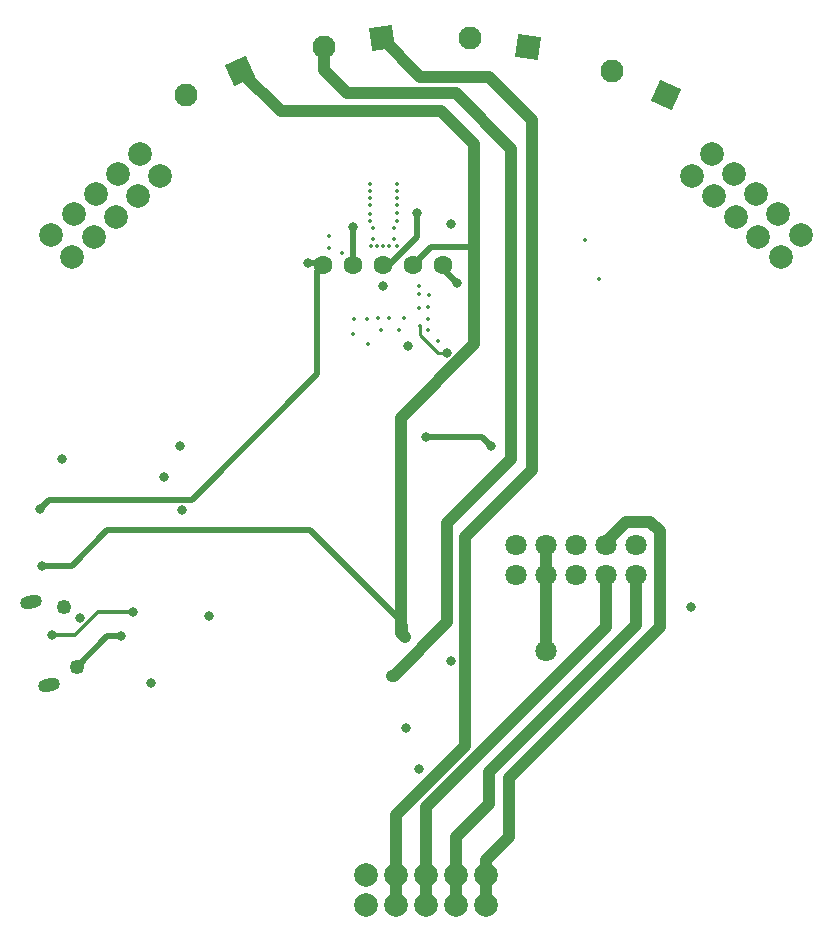
<source format=gbl>
G04 #@! TF.GenerationSoftware,KiCad,Pcbnew,7.0.1-3b83917a11~172~ubuntu22.04.1*
G04 #@! TF.CreationDate,2023-08-11T16:57:34+02:00*
G04 #@! TF.ProjectId,io_coupling_MCU_enhanced,696f5f63-6f75-4706-9c69-6e675f4d4355,rev?*
G04 #@! TF.SameCoordinates,Original*
G04 #@! TF.FileFunction,Copper,L4,Bot*
G04 #@! TF.FilePolarity,Positive*
%FSLAX46Y46*%
G04 Gerber Fmt 4.6, Leading zero omitted, Abs format (unit mm)*
G04 Created by KiCad (PCBNEW 7.0.1-3b83917a11~172~ubuntu22.04.1) date 2023-08-11 16:57:34*
%MOMM*%
%LPD*%
G01*
G04 APERTURE LIST*
G04 Aperture macros list*
%AMHorizOval*
0 Thick line with rounded ends*
0 $1 width*
0 $2 $3 position (X,Y) of the first rounded end (center of the circle)*
0 $4 $5 position (X,Y) of the second rounded end (center of the circle)*
0 Add line between two ends*
20,1,$1,$2,$3,$4,$5,0*
0 Add two circle primitives to create the rounded ends*
1,1,$1,$2,$3*
1,1,$1,$4,$5*%
%AMRotRect*
0 Rectangle, with rotation*
0 The origin of the aperture is its center*
0 $1 length*
0 $2 width*
0 $3 Rotation angle, in degrees counterclockwise*
0 Add horizontal line*
21,1,$1,$2,0,0,$3*%
G04 Aperture macros list end*
G04 #@! TA.AperFunction,ComponentPad*
%ADD10C,2.000000*%
G04 #@! TD*
G04 #@! TA.AperFunction,ComponentPad*
%ADD11C,1.800000*%
G04 #@! TD*
G04 #@! TA.AperFunction,SMDPad,CuDef*
%ADD12C,1.600000*%
G04 #@! TD*
G04 #@! TA.AperFunction,ComponentPad*
%ADD13C,1.950000*%
G04 #@! TD*
G04 #@! TA.AperFunction,ComponentPad*
%ADD14RotRect,1.950000X1.950000X188.057000*%
G04 #@! TD*
G04 #@! TA.AperFunction,ComponentPad*
%ADD15RotRect,1.950000X1.950000X204.171000*%
G04 #@! TD*
G04 #@! TA.AperFunction,ComponentPad*
%ADD16RotRect,1.950000X1.950000X171.943000*%
G04 #@! TD*
G04 #@! TA.AperFunction,ComponentPad*
%ADD17HorizOval,1.100000X0.390988X0.084428X-0.390988X-0.084428X0*%
G04 #@! TD*
G04 #@! TA.AperFunction,ComponentPad*
%ADD18C,1.250000*%
G04 #@! TD*
G04 #@! TA.AperFunction,ComponentPad*
%ADD19RotRect,1.950000X1.950000X155.828000*%
G04 #@! TD*
G04 #@! TA.AperFunction,ViaPad*
%ADD20C,0.350000*%
G04 #@! TD*
G04 #@! TA.AperFunction,ViaPad*
%ADD21C,0.800000*%
G04 #@! TD*
G04 #@! TA.AperFunction,Conductor*
%ADD22C,0.250000*%
G04 #@! TD*
G04 #@! TA.AperFunction,Conductor*
%ADD23C,0.500000*%
G04 #@! TD*
G04 #@! TA.AperFunction,Conductor*
%ADD24C,1.000000*%
G04 #@! TD*
G04 #@! TA.AperFunction,Conductor*
%ADD25C,0.300000*%
G04 #@! TD*
G04 APERTURE END LIST*
D10*
X-5080000Y-26670000D03*
X-5080000Y-29210000D03*
D11*
X17780000Y1270000D03*
X17780000Y-1270000D03*
X15240000Y1270000D03*
X15240000Y-1270000D03*
X12700000Y1270000D03*
X12700000Y-1270000D03*
X10160000Y1270000D03*
X10160000Y-1270000D03*
X7620000Y1270000D03*
X7620000Y-1270000D03*
D10*
X-30015518Y25650396D03*
X-31719389Y27534123D03*
X-28131792Y27354266D03*
X-29835662Y29237993D03*
X-26248065Y29058137D03*
X-27951935Y30941863D03*
X-24364338Y30762007D03*
X-26068208Y32645734D03*
X-22480611Y32465877D03*
X-24184482Y34349604D03*
X31719432Y27534204D03*
X30015594Y25650447D03*
X29835675Y29238041D03*
X28131838Y27354284D03*
X27951919Y30941878D03*
X26248081Y29058122D03*
X26068162Y32645716D03*
X24364325Y30761959D03*
X24184406Y34349553D03*
X22480568Y32465796D03*
D12*
X1480000Y25000000D03*
X-1060000Y25000000D03*
X-3600000Y25000000D03*
X-6140000Y25000000D03*
X-8680000Y25000000D03*
D11*
X10200000Y-7700000D03*
D13*
X-8675323Y43449605D03*
D14*
X-3724677Y44150395D03*
D13*
X-20280819Y39376347D03*
D15*
X-15719181Y41423653D03*
D10*
X5080000Y-26670000D03*
X0Y-26670000D03*
X-2540000Y-29210000D03*
D13*
X3724677Y44150395D03*
D16*
X8675323Y43449605D03*
D10*
X2540000Y-29210000D03*
X5080000Y-29210000D03*
X-2540000Y-26670000D03*
D17*
X-33450147Y-3540436D03*
D18*
X-30648779Y-3958575D03*
X-29551221Y-9041425D03*
D17*
X-31930451Y-10578229D03*
D10*
X2540000Y-26670000D03*
D19*
X20280801Y39376307D03*
D13*
X15719199Y41423693D03*
D10*
X0Y-29210000D03*
D20*
X-7106813Y25976997D03*
D21*
X-800000Y29400000D03*
X-6188000Y28212000D03*
D20*
X-2440000Y31200000D03*
X-2440000Y30600000D03*
X-2440000Y31800000D03*
X-2440000Y30000000D03*
X-4750000Y31800000D03*
X-4750000Y31200000D03*
X-4750000Y30600000D03*
X-4750000Y30000000D03*
D21*
X22400000Y-4000000D03*
D20*
X-2460000Y29350000D03*
D21*
X-30827420Y8503266D03*
X-23300000Y-10388000D03*
X-20700000Y4200000D03*
D20*
X-4500000Y28078800D03*
D21*
X-3600000Y23200000D03*
X2622103Y23477397D03*
X2125000Y28424000D03*
D20*
X-4700000Y26578800D03*
X-3600000Y26578800D03*
X-6200000Y19100000D03*
D21*
X-29300000Y-4900000D03*
D20*
X-2450000Y26578800D03*
D21*
X-20800000Y9649500D03*
D20*
X-2450000Y28678800D03*
X-2700000Y27178800D03*
D21*
X-22200000Y7000000D03*
D20*
X-2700000Y28078800D03*
X-4750000Y29300000D03*
D21*
X-600000Y-17750000D03*
X-18350000Y-4753000D03*
X-1505853Y18123565D03*
X2100000Y-8600000D03*
D20*
X-4750000Y28678800D03*
X-4500000Y27178800D03*
D21*
X-1700000Y-14215000D03*
D20*
X-4150000Y26580000D03*
X-3100000Y26578800D03*
D21*
X3300000Y1800000D03*
X5500000Y9600000D03*
X-24500Y10397655D03*
X-2872523Y-9827477D03*
X-25800000Y-6488498D03*
X-1800000Y-6500000D03*
X4100000Y18244365D03*
X-32500000Y-500000D03*
X4100000Y26400000D03*
X-32700000Y4300000D03*
X-10000000Y25100000D03*
X-31700000Y-6400000D03*
X-24800000Y-4400000D03*
D20*
X-8200000Y27423502D03*
X-4875498Y18273502D03*
X-8200000Y26423502D03*
X-5000000Y20400000D03*
X252448Y22423502D03*
X-3782130Y19424926D03*
X200000Y21423502D03*
X-4100000Y20500000D03*
X-1900000Y20500000D03*
X-2316735Y19424874D03*
X200000Y20423502D03*
X-3100000Y20500000D03*
X13437500Y27087500D03*
X14650000Y23750000D03*
X-6100000Y20400000D03*
X-600000Y21300000D03*
X-600000Y22500000D03*
X-600000Y23200000D03*
X200000Y19423502D03*
X1000000Y18500000D03*
D21*
X1800000Y17500000D03*
D20*
X-512251Y19787749D03*
D22*
X-512251Y19787749D02*
X-512251Y19012251D01*
X-512251Y19012251D02*
X1000000Y17500000D01*
X1000000Y17500000D02*
X1800000Y17500000D01*
D23*
X1480000Y25000000D02*
X1480000Y24619500D01*
X1480000Y24619500D02*
X2622103Y23477397D01*
X-1060000Y25000000D02*
X390000Y26450000D01*
X390000Y26450000D02*
X4050000Y26450000D01*
X4050000Y26450000D02*
X4100000Y26400000D01*
X-800000Y27344916D02*
X-3144916Y25000000D01*
X-800000Y29400000D02*
X-800000Y27344916D01*
X-3144916Y25000000D02*
X-3600000Y25000000D01*
X-6140000Y25000000D02*
X-6140000Y28164000D01*
X-6140000Y28164000D02*
X-6188000Y28212000D01*
X-10000000Y25100000D02*
X-8780000Y25100000D01*
X-31950000Y5050000D02*
X-32700000Y4300000D01*
X-8780000Y25100000D02*
X-8680000Y25000000D01*
X-9200000Y15700000D02*
X-19850000Y5050000D01*
X-8680000Y25000000D02*
X-9200000Y24480000D01*
X-9200000Y24480000D02*
X-9200000Y15700000D01*
X-19850000Y5050000D02*
X-31950000Y5050000D01*
D24*
X10160000Y-1270000D02*
X10160000Y-7660000D01*
X10160000Y-7660000D02*
X10200000Y-7700000D01*
D23*
X10160000Y-1226121D02*
X10133998Y-1252123D01*
D24*
X10160000Y1270000D02*
X10160000Y-1226121D01*
X3300000Y1800000D02*
X3300000Y1900000D01*
X-2540000Y-29210000D02*
X-2540000Y-27900000D01*
X9000000Y7600000D02*
X9000000Y37197056D01*
X3300000Y1800000D02*
X3300000Y-15805635D01*
X3300000Y-15805635D02*
X-2540000Y-21645635D01*
X-2540000Y-21645635D02*
X-2540000Y-27900000D01*
X-474282Y40900000D02*
X-3724677Y44150395D01*
X5297056Y40900000D02*
X-474282Y40900000D01*
X3300000Y1900000D02*
X9000000Y7600000D01*
X-2540000Y-27900000D02*
X-2540000Y-26670000D01*
X9000000Y37197056D02*
X5297056Y40900000D01*
D23*
X-22155Y10400000D02*
X4700000Y10400000D01*
X4700000Y10400000D02*
X5500000Y9600000D01*
X-24500Y10397655D02*
X-22155Y10400000D01*
D24*
X-2872523Y-9827477D02*
X-2727477Y-9827477D01*
X-8675323Y41475323D02*
X-8675323Y43449605D01*
X1800000Y-5300000D02*
X1800000Y3100000D01*
X2500000Y39500000D02*
X-6700000Y39500000D01*
X7200000Y8500000D02*
X7200000Y34800000D01*
X-6700000Y39500000D02*
X-8675323Y41475323D01*
X-2727477Y-9827477D02*
X1800000Y-5300000D01*
X7200000Y34800000D02*
X2500000Y39500000D01*
X1800000Y3100000D02*
X7200000Y8500000D01*
D23*
X-25800000Y-6488498D02*
X-26998294Y-6488498D01*
X-26998294Y-6488498D02*
X-29551221Y-9041425D01*
X-1800000Y-5500000D02*
X-9800000Y2500000D01*
D24*
X-2100000Y-6200000D02*
X-2100000Y12044365D01*
X1300000Y38000000D02*
X-12295528Y38000000D01*
X4100000Y18244365D02*
X4100000Y26400000D01*
D23*
X-27000000Y2500000D02*
X-30000000Y-500000D01*
X-1800000Y-6500000D02*
X-1800000Y-5500000D01*
X-9800000Y2500000D02*
X-27000000Y2500000D01*
D24*
X4100000Y26400000D02*
X4100000Y35200000D01*
D23*
X-30000000Y-500000D02*
X-32500000Y-500000D01*
D24*
X4100000Y35200000D02*
X1300000Y38000000D01*
X-2100000Y12044365D02*
X4100000Y18244365D01*
X-1800000Y-6500000D02*
X-2100000Y-6200000D01*
X-12295528Y38000000D02*
X-15719181Y41423653D01*
D25*
X-27739339Y-4400000D02*
X-24800000Y-4400000D01*
X-29739339Y-6400000D02*
X-27739339Y-4400000D01*
X-31700000Y-6400000D02*
X-29739339Y-6400000D01*
D24*
X0Y-20900000D02*
X15240000Y-5660000D01*
X0Y-29210000D02*
X0Y-26670000D01*
X0Y-26670000D02*
X0Y-20900000D01*
X15240000Y-5660000D02*
X15240000Y-1270000D01*
X19800000Y-5700000D02*
X19800000Y2400000D01*
X5080000Y-26670000D02*
X5080000Y-25400000D01*
X19000000Y3200000D02*
X16935000Y3200000D01*
X19800000Y2400000D02*
X19000000Y3200000D01*
X6985000Y-23495000D02*
X6985000Y-18515000D01*
X5080000Y-29210000D02*
X5080000Y-26670000D01*
X16935000Y3200000D02*
X15240000Y1505000D01*
X15240000Y1505000D02*
X15240000Y1270000D01*
X5080000Y-25400000D02*
X6985000Y-23495000D01*
X6985000Y-18515000D02*
X19800000Y-5700000D01*
X2540000Y-26670000D02*
X2540000Y-23495000D01*
X2540000Y-23495000D02*
X5334000Y-20701000D01*
X5334000Y-17966000D02*
X17780000Y-5520000D01*
X17780000Y-5520000D02*
X17780000Y-1270000D01*
X2540000Y-29210000D02*
X2540000Y-26670000D01*
X5334000Y-20701000D02*
X5334000Y-17966000D01*
M02*

</source>
